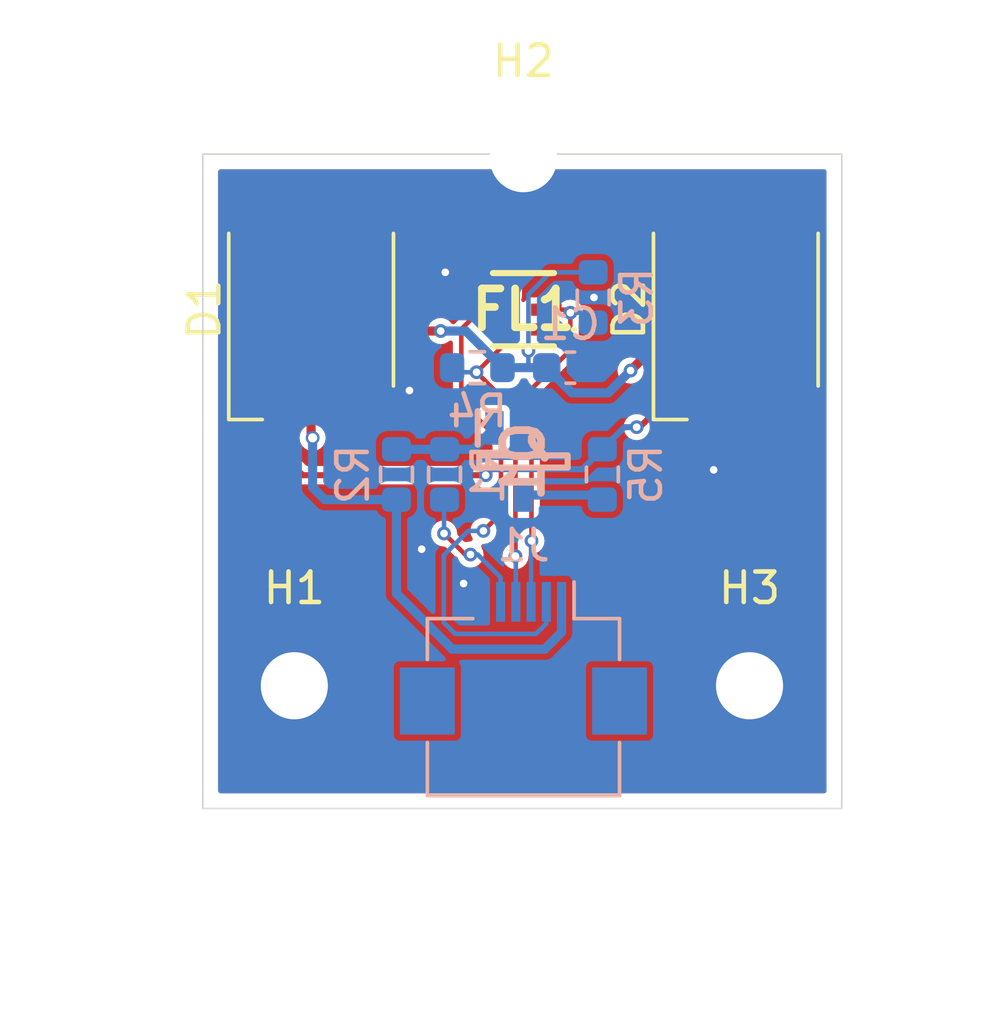
<source format=kicad_pcb>
(kicad_pcb (version 20240108) (generator "pcbnew") (generator_version "8.0")
  (layers (0 "F.Cu" signal) (31 "B.Cu" signal) (34 "B.Paste" user) (35 "F.Paste" user) (36 "B.SilkS" user "B.Silkscreen") (37 "F.SilkS" user "F.Silkscreen") (38 "B.Mask" user) (39 "F.Mask" user) (44 "Edge.Cuts" user))
  (net 0 "")
  (net 1 "/SENSOR_VCC")
  (net 2 "GND")
  (net 3 "Net-(D1-K)")
  (net 4 "/SENSOR_INT")
  (net 5 "/SENSOR_SDA")
  (net 6 "/SENSOR_SCL")
  (net 8 "/SENSOR_LED")
  (net 9 "Net-(Q1-C)")
  (net 10 "Net-(Q1-B)")
  (footprint "Library:TCS34725" (layer "F.Cu") (at 46.6625 60.7 180)
    (property "Reference" "FL1" (at 0 0 180) (layer "F.SilkS") (effects (font (size 1.27 1.27) (thickness 0.254))))
    (property "Value" "TCS34725" (hide yes))
    (fp_line (start -1 1.2) (end 1 1.2) (stroke (width 0.2)) (layer "F.SilkS"))
    (fp_line (start -1 -1.2) (end 1 -1.2) (stroke (width 0.2)) (layer "F.SilkS"))
    (fp_line (start -1.6 -0.65) (end -1.6 -0.65) (stroke (width 0.1)) (layer "F.SilkS"))
    (fp_line (start -1.7 -0.65) (end -1.7 -0.65) (stroke (width 0.1)) (layer "F.SilkS"))
    (fp_arc (start -1.6 -0.65) (mid -1.65 -0.6) (end -1.7 -0.65) (stroke (width 0.1)) (layer "F.SilkS"))
    (fp_arc (start -1.7 -0.65) (mid -1.65 -0.7) (end -1.6 -0.65) (stroke (width 0.1)) (layer "F.SilkS"))
    (pad "1" smd rect (at -0.75 -0.65 270) (size 0.4 1) (layers "F.Cu" "F.Paste" "F.Mask") (net 1 "/SENSOR_VCC"))
    (pad "2" smd rect (at -0.75 0 270) (size 0.4 1) (layers "F.Cu" "F.Paste" "F.Mask") (net 6 "/SENSOR_SCL"))
    (pad "3" smd rect (at -0.75 0.65 270) (size 0.4 1) (layers "F.Cu" "F.Paste" "F.Mask") (net 2 "GND"))
    (pad "4" smd rect (at 0.75 0.65 270) (size 0.4 1) (layers "F.Cu" "F.Paste" "F.Mask"))
    (pad "5" smd rect (at 0.75 0 270) (size 0.4 1) (layers "F.Cu" "F.Paste" "F.Mask") (net 4 "/SENSOR_INT"))
    (pad "6" smd rect (at 0.75 -0.65 270) (size 0.4 1) (layers "F.Cu" "F.Paste" "F.Mask") (net 5 "/SENSOR_SDA"))
  )
  (footprint "LED_SMD:LED_RGB_5050-6" (layer "F.Cu") (at 39.7 60.7 90)
    (property "Reference" "D1" (at 0 -3.5 -90) (layer "F.SilkS"))
    (property "Value" "LED")
    (fp_line (start -3.6 -2.7) (end 2.5 -2.7) (stroke (width 0.12)) (layer "F.SilkS"))
    (fp_line (start -3.6 -1.6) (end -3.6 -2.7) (stroke (width 0.12)) (layer "F.SilkS"))
    (fp_line (start 2.5 2.7) (end -2.5 2.7) (stroke (width 0.12)) (layer "F.SilkS"))
    (pad "1" smd rect (at -2.4 -1.7 180) (size 1.1 2) (layers "F.Cu" "F.Paste" "F.Mask") (net 3 "Net-(D1-K)"))
    (pad "2" smd rect (at -2.4 0 180) (size 1.1 2) (layers "F.Cu" "F.Paste" "F.Mask") (net 1 "/SENSOR_VCC"))
    (pad "3" smd rect (at -2.4 1.7 180) (size 1.1 2) (layers "F.Cu" "F.Paste" "F.Mask"))
    (pad "4" smd rect (at 2.4 1.7 180) (size 1.1 2) (layers "F.Cu" "F.Paste" "F.Mask"))
    (pad "5" smd rect (at 2.4 0 180) (size 1.1 2) (layers "F.Cu" "F.Paste" "F.Mask"))
    (pad "6" smd rect (at 2.4 -1.7 180) (size 1.1 2) (layers "F.Cu" "F.Paste" "F.Mask"))
  )
  (footprint "MountingHole:MountingHole_2.2mm_M2" (layer "F.Cu") (at 39.15 73.025)
    (property "Reference" "H1" (at 0 -3.2 0) (layer "F.SilkS"))
    (property "Value" "MountingHole")
    (pad "" np_thru_hole circle (at 0 0) (size 2.2 2.2) (drill 2.2) (layers "*.Cu" "*.Mask"))
  )
  (footprint "MountingHole:MountingHole_2.2mm_M2" (layer "F.Cu") (at 54.075 73.025)
    (property "Reference" "H3" (at 0 -3.2 0) (layer "F.SilkS"))
    (property "Value" "MountingHole")
    (pad "" np_thru_hole circle (at 0 0) (size 2.2 2.2) (drill 2.2) (layers "*.Cu" "*.Mask"))
  )
  (footprint "LED_SMD:LED_RGB_5050-6" (layer "F.Cu") (at 53.625 60.7 90)
    (property "Reference" "D2" (at 0 -3.5 -90) (layer "F.SilkS"))
    (property "Value" "LED")
    (fp_line (start -3.6 -2.7) (end 2.5 -2.7) (stroke (width 0.12)) (layer "F.SilkS"))
    (fp_line (start -3.6 -1.6) (end -3.6 -2.7) (stroke (width 0.12)) (layer "F.SilkS"))
    (fp_line (start 2.5 2.7) (end -2.5 2.7) (stroke (width 0.12)) (layer "F.SilkS"))
    (pad "1" smd rect (at -2.4 -1.7 180) (size 1.1 2) (layers "F.Cu" "F.Paste" "F.Mask") (net 3 "Net-(D1-K)"))
    (pad "2" smd rect (at -2.4 0 180) (size 1.1 2) (layers "F.Cu" "F.Paste" "F.Mask") (net 1 "/SENSOR_VCC"))
    (pad "3" smd rect (at -2.4 1.7 180) (size 1.1 2) (layers "F.Cu" "F.Paste" "F.Mask"))
    (pad "4" smd rect (at 2.4 1.7 180) (size 1.1 2) (layers "F.Cu" "F.Paste" "F.Mask"))
    (pad "5" smd rect (at 2.4 0 180) (size 1.1 2) (layers "F.Cu" "F.Paste" "F.Mask"))
    (pad "6" smd rect (at 2.4 -1.7 180) (size 1.1 2) (layers "F.Cu" "F.Paste" "F.Mask"))
  )
  (footprint "MountingHole:MountingHole_2.2mm_M2" (layer "F.Cu") (at 46.6625 55.75)
    (property "Reference" "H2" (at 0 -3.2 0) (layer "F.SilkS"))
    (property "Value" "MountingHole")
    (pad "" np_thru_hole circle (at 0 0) (size 2.2 2.2) (drill 2.2) (layers "*.Cu" "*.Mask"))
  )
  (footprint "Library:SOT95P240X115-3N" (layer "B.Cu") (at 46.6625 65.675 -90)
    (property "Reference" "Q1" (at 0 0 -90) (layer "B.SilkS") (effects (font (size 1.27 1.27) (thickness 0.254)) (justify mirror)))
    (property "Value" "S8050" (hide yes))
    (fp_line (start -0.55 1.5) (end -1.65 1.5) (stroke (width 0.2)) (layer "B.SilkS"))
    (fp_line (start -0.2 1.45) (end -0.2 -1.45) (stroke (width 0.2)) (layer "B.SilkS"))
    (fp_line (start 0.2 1.45) (end -0.2 1.45) (stroke (width 0.2)) (layer "B.SilkS"))
    (fp_line (start -0.2 -1.45) (end 0.2 -1.45) (stroke (width 0.2)) (layer "B.SilkS"))
    (fp_line (start 0.2 -1.45) (end 0.2 1.45) (stroke (width 0.2)) (layer "B.SilkS"))
    (pad "1" smd rect (at -1.1 0.95 180) (size 0.6 1.1) (layers "B.Cu" "B.Paste" "B.Mask") (net 10 "Net-(Q1-B)"))
    (pad "2" smd rect (at -1.1 -0.95 180) (size 0.6 1.1) (layers "B.Cu" "B.Paste" "B.Mask") (net 2 "GND"))
    (pad "3" smd rect (at 1.1 0 180) (size 0.6 1.1) (layers "B.Cu" "B.Paste" "B.Mask") (net 9 "Net-(Q1-C)"))
  )
  (footprint "Resistor_SMD:R_0603_1608Metric" (layer "B.Cu") (at 42.5 66.1 -90)
    (property "Reference" "R2" (at 0 1.43 90) (layer "B.SilkS") (effects (justify mirror)))
    (property "Value" "10K")
    (fp_line (start 0.237258 0.5225) (end -0.237258 0.5225) (stroke (width 0.12)) (layer "B.SilkS"))
    (fp_line (start 0.237258 -0.5225) (end -0.237258 -0.5225) (stroke (width 0.12)) (layer "B.SilkS"))
    (pad "1" smd roundrect (at -0.825 0 270) (size 0.8 0.95) (layers "B.Cu" "B.Paste" "B.Mask") (net 10 "Net-(Q1-B)"))
    (pad "2" smd roundrect (at 0.825 0 270) (size 0.8 0.95) (layers "B.Cu" "B.Paste" "B.Mask") (net 1 "/SENSOR_VCC"))
  )
  (footprint "Connector_FFC-FPC:Hirose_FH12-6S-0.5SH_1x06-1MP_P0.50mm_Horizontal" (layer "B.Cu") (at 46.6625 72.125 180)
    (property "Reference" "J1" (at 0 3.7 180) (layer "B.SilkS") (effects (justify mirror)))
    (property "Value" "Sensor_Connector")
    (fp_line (start 3.15 1.3) (end 1.66 1.3) (stroke (width 0.12)) (layer "B.SilkS"))
    (fp_line (start 3.15 -0.04) (end 3.15 1.3) (stroke (width 0.12)) (layer "B.SilkS"))
    (fp_line (start 3.15 -2.76) (end 3.15 -4.5) (stroke (width 0.12)) (layer "B.SilkS"))
    (fp_line (start 3.15 -4.5) (end -3.15 -4.5) (stroke (width 0.12)) (layer "B.SilkS"))
    (fp_line (start -1.66 2.5) (end -1.66 1.3) (stroke (width 0.12)) (layer "B.SilkS"))
    (fp_line (start -3.15 1.3) (end -1.66 1.3) (stroke (width 0.12)) (layer "B.SilkS"))
    (fp_line (start -3.15 -0.04) (end -3.15 1.3) (stroke (width 0.12)) (layer "B.SilkS"))
    (fp_line (start -3.15 -4.5) (end -3.15 -2.76) (stroke (width 0.12)) (layer "B.SilkS"))
    (pad "1" smd rect (at -1.25 1.85 180) (size 0.3 1.3) (layers "B.Cu" "B.Paste" "B.Mask") (net 1 "/SENSOR_VCC"))
    (pad "2" smd rect (at -0.75 1.85 180) (size 0.3 1.3) (layers "B.Cu" "B.Paste" "B.Mask") (net 4 "/SENSOR_INT"))
    (pad "3" smd rect (at -0.25 1.85 180) (size 0.3 1.3) (layers "B.Cu" "B.Paste" "B.Mask") (net 6 "/SENSOR_SCL"))
    (pad "4" smd rect (at 0.25 1.85 180) (size 0.3 1.3) (layers "B.Cu" "B.Paste" "B.Mask") (net 5 "/SENSOR_SDA"))
    (pad "5" smd rect (at 0.75 1.85 180) (size 0.3 1.3) (layers "B.Cu" "B.Paste" "B.Mask") (net 8 "/SENSOR_LED"))
    (pad "6" smd rect (at 1.25 1.85 180) (size 0.3 1.3) (layers "B.Cu" "B.Paste" "B.Mask") (net 2 "GND"))
    (pad "MP" smd rect (at -3.15 -1.4 180) (size 1.8 2.2) (layers "B.Cu" "B.Paste" "B.Mask"))
    (pad "MP" smd rect (at 3.15 -1.4 180) (size 1.8 2.2) (layers "B.Cu" "B.Paste" "B.Mask"))
  )
  (footprint "Resistor_SMD:R_0603_1608Metric" (layer "B.Cu") (at 48.95 60.3 90)
    (property "Reference" "R3" (at 0 1.43 270) (layer "B.SilkS") (effects (justify mirror)))
    (property "Value" "4K7")
    (fp_line (start 0.237258 -0.5225) (end -0.237258 -0.5225) (stroke (width 0.12)) (layer "B.SilkS"))
    (fp_line (start 0.237258 0.5225) (end -0.237258 0.5225) (stroke (width 0.12)) (layer "B.SilkS"))
    (pad "1" smd roundrect (at -0.825 0 90) (size 0.8 0.95) (layers "B.Cu" "B.Paste" "B.Mask") (net 6 "/SENSOR_SCL"))
    (pad "2" smd roundrect (at 0.825 0 90) (size 0.8 0.95) (layers "B.Cu" "B.Paste" "B.Mask") (net 1 "/SENSOR_VCC"))
  )
  (footprint "Resistor_SMD:R_0603_1608Metric" (layer "B.Cu") (at 45.15 62.6)
    (property "Reference" "R4" (at 0 1.43 360) (layer "B.SilkS") (effects (justify mirror)))
    (property "Value" "4K7")
    (fp_line (start 0.237258 -0.5225) (end -0.237258 -0.5225) (stroke (width 0.12)) (layer "B.SilkS"))
    (fp_line (start 0.237258 0.5225) (end -0.237258 0.5225) (stroke (width 0.12)) (layer "B.SilkS"))
    (pad "1" smd roundrect (at -0.825 0) (size 0.8 0.95) (layers "B.Cu" "B.Paste" "B.Mask") (net 5 "/SENSOR_SDA"))
    (pad "2" smd roundrect (at 0.825 0) (size 0.8 0.95) (layers "B.Cu" "B.Paste" "B.Mask") (net 1 "/SENSOR_VCC"))
  )
  (footprint "Resistor_SMD:R_0603_1608Metric" (layer "B.Cu") (at 44.075 66.1 90)
    (property "Reference" "R1" (at 0 1.43 270) (layer "B.SilkS") (effects (justify mirror)))
    (property "Value" "1K")
    (fp_line (start 0.237258 -0.5225) (end -0.237258 -0.5225) (stroke (width 0.12)) (layer "B.SilkS"))
    (fp_line (start 0.237258 0.5225) (end -0.237258 0.5225) (stroke (width 0.12)) (layer "B.SilkS"))
    (pad "1" smd roundrect (at -0.825 0 90) (size 0.8 0.95) (layers "B.Cu" "B.Paste" "B.Mask") (net 8 "/SENSOR_LED"))
    (pad "2" smd roundrect (at 0.825 0 90) (size 0.8 0.95) (layers "B.Cu" "B.Paste" "B.Mask") (net 10 "Net-(Q1-B)"))
  )
  (footprint "Capacitor_SMD:C_0603_1608Metric" (layer "B.Cu") (at 48.2 62.6 180)
    (property "Reference" "C1" (at 0 1.43 180) (layer "B.SilkS") (effects (justify mirror)))
    (property "Value" "0.1uF")
    (fp_line (start 0.14058 0.51) (end -0.14058 0.51) (stroke (width 0.12)) (layer "B.SilkS"))
    (fp_line (start 0.14058 -0.51) (end -0.14058 -0.51) (stroke (width 0.12)) (layer "B.SilkS"))
    (pad "1" smd roundrect (at -0.775 0 180) (size 0.9 0.95) (layers "B.Cu" "B.Paste" "B.Mask") (net 2 "GND"))
    (pad "2" smd roundrect (at 0.775 0 180) (size 0.9 0.95) (layers "B.Cu" "B.Paste" "B.Mask") (net 1 "/SENSOR_VCC"))
  )
  (footprint "Resistor_SMD:R_0603_1608Metric" (layer "B.Cu") (at 49.25 66.1 90)
    (property "Reference" "R5" (at 0 1.43 270) (layer "B.SilkS") (effects (justify mirror)))
    (property "Value" "1K")
    (fp_line (start 0.237258 -0.5225) (end -0.237258 -0.5225) (stroke (width 0.12)) (layer "B.SilkS"))
    (fp_line (start 0.237258 0.5225) (end -0.237258 0.5225) (stroke (width 0.12)) (layer "B.SilkS"))
    (pad "1" smd roundrect (at -0.825 0 90) (size 0.8 0.95) (layers "B.Cu" "B.Paste" "B.Mask") (net 9 "Net-(Q1-C)"))
    (pad "2" smd roundrect (at 0.825 0 90) (size 0.8 0.95) (layers "B.Cu" "B.Paste" "B.Mask") (net 3 "Net-(D1-K)"))
  )
  (gr_rect (start 36.15 55.6) (end 57.1 77.05) (stroke (width 0.05)) (fill none) (layer "Edge.Cuts"))
  (segment (start 51.119408 61.75) (end 52.825 61.75) (width 0.3) (layer "F.Cu") (net 1))
  (segment (start 47.4125 61.35) (end 47.4125 61.7375) (width 0.15) (layer "F.Cu") (net 1))
  (segment (start 40.95 61.4) (end 43.95 61.4) (width 0.3) (layer "F.Cu") (net 1))
  (segment (start 50.175 62.694408) (end 51.119408 61.75) (width 0.3) (layer "F.Cu") (net 1))
  (segment (start 47.4125 61.7375) (end 47.275 61.875) (width 0.15) (layer "F.Cu") (net 1))
  (segment (start 53.625 62.55) (end 53.625 63.1) (width 0.3) (layer "F.Cu") (net 1))
  (segment (start 47.275 61.875) (end 47 61.875) (width 0.15) (layer "F.Cu") (net 1))
  (segment (start 52.825 61.75) (end 53.625 62.55) (width 0.3) (layer "F.Cu") (net 1))
  (segment (start 39.7 63.1) (end 39.7 64.85) (width 0.3) (layer "F.Cu") (net 1))
  (segment (start 39.7 64.85) (end 39.75 64.9) (width 0.3) (layer "F.Cu") (net 1))
  (segment (start 39.7 63.1) (end 39.7 62.65) (width 0.3) (layer "F.Cu") (net 1))
  (segment (start 39.7 62.65) (end 40.95 61.4) (width 0.3) (layer "F.Cu") (net 1))
  (segment (start 47 61.875) (end 46.825 62.05) (width 0.15) (layer "F.Cu") (net 1))
  (via (at 43.95 61.4) (size 0.45) (drill 0.25) (layers "F.Cu" "B.Cu") (net 1))
  (via (at 39.75 64.9) (size 0.45) (drill 0.3) (layers "F.Cu" "B.Cu") (net 1))
  (via (at 46.825 62.05) (size 0.45) (drill 0.25) (layers "F.Cu" "B.Cu") (net 1))
  (via (at 50.175 62.694408) (size 0.45) (drill 0.25) (layers "F.Cu" "B.Cu") (net 1))
  (segment (start 39.75 64.9) (end 39.75 66.525) (width 0.3) (layer "B.Cu") (net 1))
  (segment (start 46.825 62.05) (end 46.825 62.55) (width 0.15) (layer "B.Cu") (net 1))
  (segment (start 47.9125 71.275) (end 47.3625 71.825) (width 0.3) (layer "B.Cu") (net 1))
  (segment (start 46.825 62.55) (end 46.775 62.6) (width 0.15) (layer "B.Cu") (net 1))
  (segment (start 49.444408 63.425) (end 48.25 63.425) (width 0.3) (layer "B.Cu") (net 1))
  (segment (start 47.425 62.6) (end 46.775 62.6) (width 0.3) (layer "B.Cu") (net 1))
  (segment (start 47.9125 70.275) (end 47.9125 71.275) (width 0.3) (layer "B.Cu") (net 1))
  (segment (start 47.55 59.475) (end 46.825 60.2) (width 0.15) (layer "B.Cu") (net 1))
  (segment (start 46.775 62.6) (end 45.975 62.6) (width 0.3) (layer "B.Cu") (net 1))
  (segment (start 43.95 61.4) (end 44.775 61.4) (width 0.3) (layer "B.Cu") (net 1))
  (segment (start 40.15 66.925) (end 42.5 66.925) (width 0.3) (layer "B.Cu") (net 1))
  (segment (start 44.775 61.4) (end 45.975 62.6) (width 0.3) (layer "B.Cu") (net 1))
  (segment (start 46.825 60.2) (end 46.825 62.05) (width 0.15) (layer "B.Cu") (net 1))
  (segment (start 48.95 59.475) (end 47.55 59.475) (width 0.15) (layer "B.Cu") (net 1))
  (segment (start 50.175 62.694408) (end 49.444408 63.425) (width 0.3) (layer "B.Cu") (net 1))
  (segment (start 39.75 66.525) (end 40.15 66.925) (width 0.3) (layer "B.Cu") (net 1))
  (segment (start 42.5 70.001041) (end 42.5 66.925) (width 0.3) (layer "B.Cu") (net 1))
  (segment (start 48.25 63.425) (end 47.425 62.6) (width 0.3) (layer "B.Cu") (net 1))
  (segment (start 44.323959 71.825) (end 42.5 70.001041) (width 0.3) (layer "B.Cu") (net 1))
  (segment (start 47.3625 71.825) (end 44.323959 71.825) (width 0.3) (layer "B.Cu") (net 1))
  (via (at 44.1 59.475) (size 0.45) (drill 0.25) (layers "F.Cu" "B.Cu") (net 2))
  (via (at 48.975 60.3) (size 0.45) (drill 0.25) (layers "F.Cu" "B.Cu") (net 2))
  (via (at 44.7 69.675) (size 0.45) (drill 0.25) (layers "F.Cu" "B.Cu") (net 2))
  (via (at 43.325 68.55) (size 0.45) (drill 0.25) (layers "F.Cu" "B.Cu") (net 2))
  (via (at 42.925 63.35) (size 0.45) (drill 0.25) (layers "F.Cu" "B.Cu") (net 2))
  (via (at 52.9 65.95) (size 0.45) (drill 0.25) (layers "F.Cu" "B.Cu") (net 2))
  (segment (start 39.425 66.125) (end 38 64.7) (width 0.2) (layer "F.Cu") (net 3))
  (segment (start 50.475 64.55) (end 50.375 64.55) (width 0.2) (layer "F.Cu") (net 3))
  (segment (start 38 64.7) (end 38 63.1) (width 0.2) (layer "F.Cu") (net 3))
  (segment (start 51.925 63.1) (end 50.475 64.55) (width 0.2) (layer "F.Cu") (net 3))
  (segment (start 45.425 66.125) (end 39.425 66.125) (width 0.2) (layer "F.Cu") (net 3))
  (via (at 50.375 64.55) (size 0.45) (drill 0.25) (layers "F.Cu" "B.Cu") (net 3))
  (via (at 45.425 66.125) (size 0.45) (drill 0.25) (layers "F.Cu" "B.Cu") (net 3))
  (segment (start 50.375 64.55) (end 49.975 64.55) (width 0.2) (layer "B.Cu") (net 3))
  (segment (start 49.975 64.55) (end 49.25 65.275) (width 0.2) (layer "B.Cu") (net 3))
  (segment (start 48.6 65.925) (end 49.25 65.275) (width 0.2) (layer "B.Cu") (net 3))
  (segment (start 45.425 66.125) (end 45.625 65.925) (width 0.2) (layer "B.Cu") (net 3))
  (segment (start 45.625 65.925) (end 48.6 65.925) (width 0.2) (layer "B.Cu") (net 3))
  (segment (start 45.35 67.95) (end 45.925 67.375) (width 0.15) (layer "F.Cu") (net 4))
  (segment (start 45.925 67.375) (end 45.925 65.025) (width 0.15) (layer "F.Cu") (net 4))
  (segment (start 45.2625 60.7) (end 45.9125 60.7) (width 0.15) (layer "F.Cu") (net 4))
  (segment (start 44.625 63.725) (end 44.625 61.3375) (width 0.15) (layer "F.Cu") (net 4))
  (segment (start 44.625 61.3375) (end 45.2625 60.7) (width 0.15) (layer "F.Cu") (net 4))
  (segment (start 45.925 65.025) (end 44.625 63.725) (width 0.15) (layer "F.Cu") (net 4))
  (via (at 45.35 67.95) (size 0.45) (drill 0.25) (layers "F.Cu" "B.Cu") (net 4))
  (segment (start 47.4125 70.275) (end 47.4125 70.9875) (width 0.15) (layer "B.Cu") (net 4))
  (segment (start 44.05 70.95) (end 44.05 68.75) (width 0.15) (layer "B.Cu") (net 4))
  (segment (start 47.4125 70.9875) (end 47.075 71.325) (width 0.15) (layer "B.Cu") (net 4))
  (segment (start 44.05 68.75) (end 44.85 67.95) (width 0.15) (layer "B.Cu") (net 4))
  (segment (start 44.85 67.95) (end 45.35 67.95) (width 0.15) (layer "B.Cu") (net 4))
  (segment (start 44.425 71.325) (end 44.05 70.95) (width 0.15) (layer "B.Cu") (net 4))
  (segment (start 47.075 71.325) (end 44.425 71.325) (width 0.15) (layer "B.Cu") (net 4))
  (segment (start 45.9125 61.35) (end 45.9125 61.9625) (width 0.15) (layer "F.Cu") (net 5))
  (segment (start 45.125 62.75) (end 46.4 64.025) (width 0.15) (layer "F.Cu") (net 5))
  (segment (start 46.4 64.025) (end 46.4 68.775) (width 0.15) (layer "F.Cu") (net 5))
  (segment (start 45.9125 61.9625) (end 45.125 62.75) (width 0.15) (layer "F.Cu") (net 5))
  (via (at 46.4 68.775) (size 0.45) (drill 0.25) (layers "F.Cu" "B.Cu") (net 5))
  (via (at 45.125 62.75) (size 0.45) (drill 0.25) (layers "F.Cu" "B.Cu") (net 5))
  (segment (start 46.4 68.775) (end 46.4 68.975) (width 0.15) (layer "B.Cu") (net 5))
  (segment (start 44.475 62.75) (end 44.325 62.6) (width 0.15) (layer "B.Cu") (net 5))
  (segment (start 45.125 62.75) (end 44.475 62.75) (width 0.15) (layer "B.Cu") (net 5))
  (segment (start 46.4125 68.9875) (end 46.4125 70.275) (width 0.15) (layer "B.Cu") (net 5))
  (segment (start 46.4 68.975) (end 46.4125 68.9875) (width 0.15) (layer "B.Cu") (net 5))
  (segment (start 48.1 60.7) (end 48.2 60.8) (width 0.15) (layer "F.Cu") (net 6))
  (segment (start 48.2 62.025) (end 48.2 60.8) (width 0.15) (layer "F.Cu") (net 6))
  (segment (start 47.4125 60.7) (end 48.1 60.7) (width 0.15) (layer "F.Cu") (net 6))
  (segment (start 46.925 63.3) (end 48.2 62.025) (width 0.15) (layer "F.Cu") (net 6))
  (segment (start 46.925 68.275) (end 46.925 63.3) (width 0.15) (layer "F.Cu") (net 6))
  (via (at 48.2 60.8) (size 0.45) (drill 0.25) (layers "F.Cu" "B.Cu") (net 6))
  (via (at 46.925 68.275) (size 0.45) (drill 0.25) (layers "F.Cu" "B.Cu") (net 6))
  (segment (start 46.9125 70.275) (end 46.9125 68.2875) (width 0.15) (layer "B.Cu") (net 6))
  (segment (start 46.9125 68.2875) (end 46.925 68.275) (width 0.15) (layer "B.Cu") (net 6))
  (segment (start 48.2 60.8) (end 48.625 60.8) (width 0.15) (layer "B.Cu") (net 6))
  (segment (start 48.625 60.8) (end 48.95 61.125) (width 0.15) (layer "B.Cu") (net 6))
  (segment (start 44.75 68.725) (end 44.058946 68.033946) (width 0.15) (layer "F.Cu") (net 8))
  (segment (start 44.925 68.725) (end 44.75 68.725) (width 0.15) (layer "F.Cu") (net 8))
  (via (at 44.058946 68.033946) (size 0.45) (drill 0.25) (layers "F.Cu" "B.Cu") (net 8))
  (via (at 44.925 68.725) (size 0.45) (drill 0.25) (layers "F.Cu" "B.Cu") (net 8))
  (segment (start 45.1625 68.725) (end 44.925 68.725) (width 0.15) (layer "B.Cu") (net 8))
  (segment (start 45.9125 70.275) (end 45.9125 69.475) (width 0.15) (layer "B.Cu") (net 8))
  (segment (start 44.058946 68.033946) (end 44.058946 66.941054) (width 0.15) (layer "B.Cu") (net 8))
  (segment (start 44.058946 66.941054) (end 44.075 66.925) (width 0.15) (layer "B.Cu") (net 8))
  (segment (start 45.9125 69.475) (end 45.1625 68.725) (width 0.15) (layer "B.Cu") (net 8))
  (segment (start 49.1 66.775) (end 49.25 66.925) (width 0.3) (layer "B.Cu") (net 9))
  (segment (start 46.6625 66.775) (end 49.1 66.775) (width 0.3) (layer "B.Cu") (net 9))
  (segment (start 42.5 65.275) (end 44.075 65.275) (width 0.3) (layer "B.Cu") (net 10))
  (segment (start 45.0125 65.275) (end 45.7125 64.575) (width 0.3) (layer "B.Cu") (net 10))
  (segment (start 44.075 65.275) (end 45.0125 65.275) (width 0.3) (layer "B.Cu") (net 10))
  (zone (net 2) (net_name "GND") (layers "F&B.Cu") (connect_pads yes (clearance 0.15)) (min_thickness 0.15) (fill yes (thermal_gap 0.15) (thermal_bridge_width 0.15))
    (polygon (pts (xy 33.975 50.575) (xy 60.75 51.425) (xy 62.425 84.125) (xy 29.5 82.8) (xy 33.975 50.55)))
  )
)
</source>
